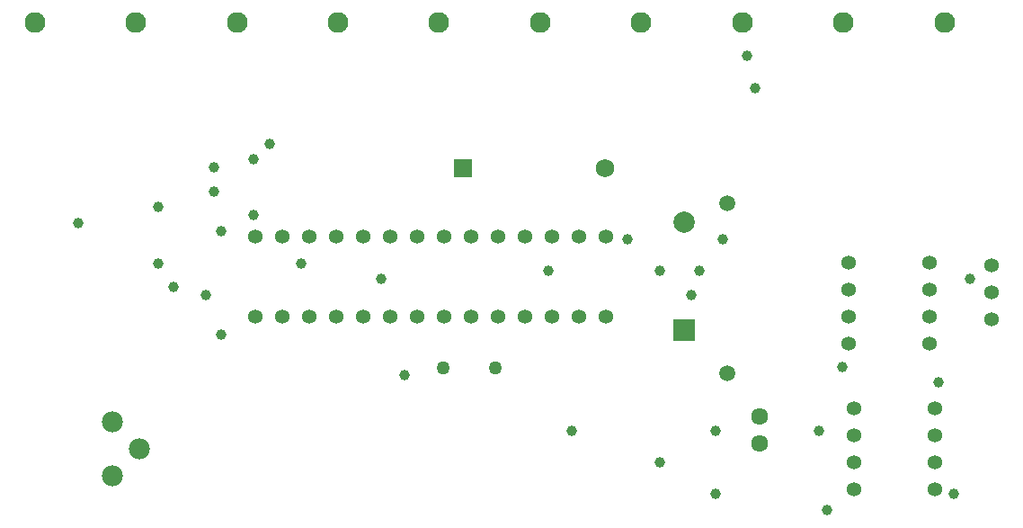
<source format=gbs>
G04 Generated by Ultiboard 13.0 *
%FSLAX25Y25*%
%MOIN*%

%ADD10C,0.00001*%
%ADD11C,0.05337*%
%ADD12C,0.05000*%
%ADD13R,0.07874X0.07874*%
%ADD14C,0.07874*%
%ADD15C,0.05906*%
%ADD16C,0.06334*%
%ADD17C,0.07699*%
%ADD18R,0.06900X0.06900*%
%ADD19C,0.06900*%
%ADD20C,0.03937*%
%ADD21C,0.07834*%


G04 ColorRGB 9900CC for the following layer *
%LNSolder Mask Bottom*%
%LPD*%
G54D10*
G54D11*
X163000Y169039D03*
X173000Y169039D03*
X183000Y169039D03*
X193000Y169039D03*
X203000Y169039D03*
X213000Y169039D03*
X223000Y169039D03*
X233000Y169039D03*
X243000Y169039D03*
X253000Y169039D03*
X263000Y169039D03*
X273000Y169039D03*
X283000Y169039D03*
X293000Y169039D03*
X163000Y198961D03*
X173000Y198961D03*
X183000Y198961D03*
X193000Y198961D03*
X203000Y198961D03*
X213000Y198961D03*
X223000Y198961D03*
X233000Y198961D03*
X243000Y198961D03*
X253000Y198961D03*
X263000Y198961D03*
X273000Y198961D03*
X283000Y198961D03*
X293000Y198961D03*
X385039Y135000D03*
X414961Y125000D03*
X385039Y125000D03*
X385039Y115000D03*
X385039Y105000D03*
X414961Y135000D03*
X414961Y115000D03*
X414961Y105000D03*
X383039Y189000D03*
X412961Y169000D03*
X383039Y179000D03*
X383039Y169000D03*
X383039Y159000D03*
X412961Y189000D03*
X412961Y179000D03*
X412961Y159000D03*
X436000Y188000D03*
X436000Y178000D03*
X436000Y168000D03*
G54D12*
X252000Y150000D03*
X232833Y150000D03*
G54D13*
X322000Y164000D03*
G54D14*
X322000Y204000D03*
G54D15*
X338000Y210992D03*
X338000Y148000D03*
G54D16*
X350000Y122000D03*
X350000Y132000D03*
G54D17*
X81339Y278000D03*
X118819Y278000D03*
X156299Y278000D03*
X193780Y278000D03*
X231260Y278000D03*
X268740Y278000D03*
X306220Y278000D03*
X343701Y278000D03*
X381181Y278000D03*
X418661Y278000D03*
G54D18*
X240000Y224000D03*
G54D19*
X292756Y224000D03*
G54D20*
X348425Y253937D03*
X132874Y180118D03*
X416339Y144685D03*
X422244Y103346D03*
X218504Y147638D03*
X147638Y224409D03*
X336614Y197835D03*
X168307Y233268D03*
X209646Y183071D03*
X428150Y183071D03*
X162402Y206693D03*
X150591Y200787D03*
X312992Y186024D03*
X271654Y186024D03*
X380906Y150591D03*
X327756Y186024D03*
X333661Y126969D03*
X333661Y103346D03*
X312992Y115157D03*
X280512Y126969D03*
X162402Y227362D03*
X180118Y188976D03*
X144685Y177165D03*
X375000Y97441D03*
X324803Y177165D03*
X301181Y197835D03*
X147638Y215551D03*
X126969Y209646D03*
X97441Y203740D03*
X372047Y126969D03*
X126969Y188976D03*
X345472Y265748D03*
X150591Y162402D03*
G54D21*
X120000Y120000D03*
X110000Y110000D03*
X110000Y130000D03*

M02*

</source>
